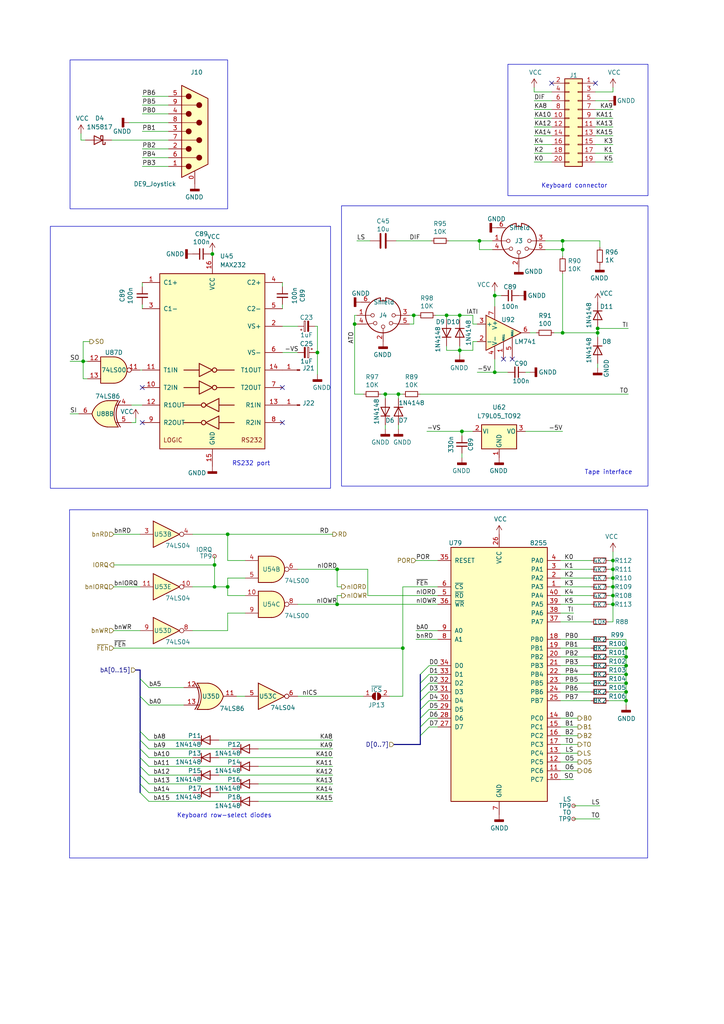
<source format=kicad_sch>
(kicad_sch (version 20230121) (generator eeschema)
  (paper "A4" portrait)
  (junction (at 163.195 69.85))
  (junction (at 177.8 162.56))
  (junction (at 115.57 114.3))
  (junction (at 62.23 170.18))
  (junction (at 111.76 114.3))
  (junction (at 66.04 154.94))
  (junction (at 102.87 93.98))
  (junction (at 173.355 95.25))
  (junction (at 97.79 165.1))
  (junction (at 181.61 203.2))
  (junction (at 97.79 175.26))
  (junction (at 181.61 187.96))
  (junction (at 177.8 172.72))
  (junction (at 139.065 69.85))
  (junction (at 177.8 165.1))
  (junction (at 177.8 167.64))
  (junction (at 120.015 91.44))
  (junction (at 133.985 125.095))
  (junction (at 177.8 170.18))
  (junction (at 116.84 187.96))
  (junction (at 181.61 193.04))
  (junction (at 143.51 107.95))
  (junction (at 181.61 190.5))
  (junction (at 173.355 96.52))
  (junction (at 92.075 102.235))
  (junction (at 61.595 73.66))
  (junction (at 163.195 96.52))
  (junction (at 181.61 195.58))
  (junction (at 62.23 163.83))
  (junction (at 24.13 104.775))
  (junction (at 181.61 198.12))
  (junction (at 143.51 85.725))
  (junction (at 163.195 72.39))
  (junction (at 177.8 175.26))
  (junction (at 129.54 91.44))
  (junction (at 133.35 91.44))
  (junction (at 133.35 101.6))
  (junction (at 181.61 200.66))
  (junction (at 66.04 170.18))
  (no_connect (at 148.59 104.14))
  (no_connect (at 41.275 122.555))
  (no_connect (at 81.915 112.395))
  (no_connect (at 41.275 112.395))
  (no_connect (at 81.915 122.555))
  (no_connect (at 146.05 104.14))
  (no_connect (at 172.72 24.13))
  (no_connect (at 160.02 24.13))
  (bus_entry (at 43.18 199.39) (size -2.54 -2.54))
  (bus_entry (at 43.18 204.47) (size -2.54 -2.54))
  (bus_entry (at 121.92 200.66) (size 2.54 -2.54))
  (bus_entry (at 121.92 195.58) (size 2.54 -2.54))
  (bus_entry (at 121.92 198.12) (size 2.54 -2.54))
  (bus_entry (at 121.92 205.74) (size 2.54 -2.54))
  (bus_entry (at 40.64 214.63) (size 2.54 2.54))
  (bus_entry (at 40.64 227.33) (size 2.54 2.54))
  (bus_entry (at 40.64 217.17) (size 2.54 2.54))
  (bus_entry (at 121.92 203.2) (size 2.54 -2.54))
  (bus_entry (at 40.64 229.87) (size 2.54 2.54))
  (bus_entry (at 121.92 208.28) (size 2.54 -2.54))
  (bus_entry (at 40.64 219.71) (size 2.54 2.54))
  (bus_entry (at 40.64 212.09) (size 2.54 2.54))
  (bus_entry (at 40.64 224.79) (size 2.54 2.54))
  (bus_entry (at 121.92 210.82) (size 2.54 -2.54))
  (bus_entry (at 40.64 222.25) (size 2.54 2.54))
  (bus_entry (at 121.92 213.36) (size 2.54 -2.54))
  (wire (pts (xy 176.53 185.42) (xy 181.61 185.42)))
  (wire (pts (xy 102.87 114.3) (xy 105.41 114.3)))
  (wire (pts (xy 162.56 175.26) (xy 171.45 175.26)))
  (wire (pts (xy 74.93 217.17) (xy 96.52 217.17)))
  (wire (pts (xy 113.03 201.93) (xy 116.84 201.93)))
  (wire (pts (xy 43.18 232.41) (xy 67.31 232.41)))
  (wire (pts (xy 116.84 170.18) (xy 127 170.18)))
  (wire (pts (xy 162.56 193.04) (xy 171.45 193.04)))
  (wire (pts (xy 41.275 33.02) (xy 48.895 33.02)))
  (wire (pts (xy 173.355 95.25) (xy 182.245 95.25)))
  (wire (pts (xy 43.18 204.47) (xy 53.34 204.47)))
  (wire (pts (xy 115.57 114.3) (xy 115.57 115.57)))
  (wire (pts (xy 181.61 190.5) (xy 181.61 193.04)))
  (wire (pts (xy 124.46 193.04) (xy 127 193.04)))
  (wire (pts (xy 143.51 104.14) (xy 143.51 107.95)))
  (bus (pts (xy 40.64 217.17) (xy 40.64 219.71)))
  (wire (pts (xy 133.35 101.6) (xy 133.35 100.33)))
  (wire (pts (xy 163.195 96.52) (xy 173.355 96.52)))
  (wire (pts (xy 41.275 81.915) (xy 41.275 83.185)))
  (wire (pts (xy 176.53 187.96) (xy 181.61 187.96)))
  (wire (pts (xy 41.275 38.1) (xy 48.895 38.1)))
  (wire (pts (xy 181.61 187.96) (xy 181.61 190.5)))
  (wire (pts (xy 166.37 237.49) (xy 173.99 237.49)))
  (bus (pts (xy 40.64 201.93) (xy 40.64 212.09)))
  (wire (pts (xy 37.465 35.56) (xy 48.895 35.56)))
  (wire (pts (xy 172.72 44.45) (xy 177.8 44.45)))
  (wire (pts (xy 176.53 193.04) (xy 181.61 193.04)))
  (bus (pts (xy 40.64 222.25) (xy 40.64 224.79)))
  (wire (pts (xy 66.04 162.56) (xy 71.12 162.56)))
  (wire (pts (xy 53.34 199.39) (xy 43.18 199.39)))
  (bus (pts (xy 40.64 196.85) (xy 40.64 201.93)))
  (wire (pts (xy 111.76 115.57) (xy 111.76 114.3)))
  (wire (pts (xy 62.23 163.83) (xy 62.23 170.18)))
  (wire (pts (xy 86.36 201.93) (xy 105.41 201.93)))
  (wire (pts (xy 20.32 120.015) (xy 22.86 120.015)))
  (wire (pts (xy 124.46 203.2) (xy 127 203.2)))
  (wire (pts (xy 163.195 96.52) (xy 163.195 79.375)))
  (bus (pts (xy 40.64 219.71) (xy 40.64 222.25)))
  (wire (pts (xy 162.56 177.8) (xy 166.37 177.8)))
  (wire (pts (xy 162.56 172.72) (xy 171.45 172.72)))
  (wire (pts (xy 124.46 208.28) (xy 127 208.28)))
  (wire (pts (xy 182.245 114.3) (xy 121.92 114.3)))
  (wire (pts (xy 92.075 108.585) (xy 92.075 102.235)))
  (wire (pts (xy 115.57 114.3) (xy 116.84 114.3)))
  (wire (pts (xy 55.88 182.88) (xy 66.04 182.88)))
  (wire (pts (xy 177.8 170.18) (xy 177.8 172.72)))
  (wire (pts (xy 62.23 170.18) (xy 66.04 170.18)))
  (wire (pts (xy 177.8 175.26) (xy 177.8 172.72)))
  (wire (pts (xy 63.5 214.63) (xy 96.52 214.63)))
  (wire (pts (xy 41.275 88.265) (xy 41.275 89.535)))
  (bus (pts (xy 40.64 194.31) (xy 40.64 196.85)))
  (bus (pts (xy 121.92 205.74) (xy 121.92 208.28)))
  (wire (pts (xy 41.275 30.48) (xy 48.895 30.48)))
  (wire (pts (xy 114.935 69.85) (xy 125.095 69.85)))
  (wire (pts (xy 172.72 26.67) (xy 177.8 26.67)))
  (wire (pts (xy 124.46 205.74) (xy 127 205.74)))
  (wire (pts (xy 176.53 162.56) (xy 177.8 162.56)))
  (wire (pts (xy 162.56 187.96) (xy 171.45 187.96)))
  (wire (pts (xy 106.68 165.1) (xy 106.68 172.72)))
  (wire (pts (xy 162.56 195.58) (xy 171.45 195.58)))
  (wire (pts (xy 55.88 170.18) (xy 62.23 170.18)))
  (wire (pts (xy 162.56 215.9) (xy 167.64 215.9)))
  (wire (pts (xy 61.595 73.66) (xy 61.595 74.295)))
  (wire (pts (xy 62.23 161.29) (xy 62.23 163.83)))
  (wire (pts (xy 129.54 100.33) (xy 129.54 101.6)))
  (wire (pts (xy 138.43 107.95) (xy 143.51 107.95)))
  (wire (pts (xy 139.065 69.85) (xy 142.875 69.85)))
  (wire (pts (xy 123.825 125.095) (xy 133.985 125.095)))
  (wire (pts (xy 154.94 46.99) (xy 160.02 46.99)))
  (wire (pts (xy 60.96 73.66) (xy 61.595 73.66)))
  (wire (pts (xy 177.8 160.02) (xy 177.8 162.56)))
  (wire (pts (xy 24.13 104.775) (xy 24.13 109.855)))
  (wire (pts (xy 177.8 26.67) (xy 177.8 25.4)))
  (bus (pts (xy 121.92 203.2) (xy 121.92 205.74)))
  (wire (pts (xy 81.915 88.265) (xy 81.915 89.535)))
  (wire (pts (xy 33.02 187.96) (xy 116.84 187.96)))
  (wire (pts (xy 162.56 220.98) (xy 167.64 220.98)))
  (wire (pts (xy 162.56 223.52) (xy 167.64 223.52)))
  (wire (pts (xy 162.56 180.34) (xy 171.45 180.34)))
  (wire (pts (xy 176.53 175.26) (xy 177.8 175.26)))
  (wire (pts (xy 133.35 91.44) (xy 133.35 92.71)))
  (bus (pts (xy 40.64 212.09) (xy 40.64 214.63)))
  (wire (pts (xy 162.56 170.18) (xy 171.45 170.18)))
  (wire (pts (xy 137.16 99.06) (xy 138.43 99.06)))
  (wire (pts (xy 152.4 125.095) (xy 163.195 125.095)))
  (wire (pts (xy 143.51 85.725) (xy 143.51 88.9)))
  (wire (pts (xy 133.985 125.095) (xy 133.985 126.365)))
  (wire (pts (xy 163.195 69.85) (xy 163.195 72.39)))
  (wire (pts (xy 38.1 117.475) (xy 41.275 117.475)))
  (wire (pts (xy 81.915 102.235) (xy 86.36 102.235)))
  (wire (pts (xy 176.53 195.58) (xy 181.61 195.58)))
  (bus (pts (xy 40.64 214.63) (xy 40.64 217.17)))
  (wire (pts (xy 23.495 38.735) (xy 23.495 40.64)))
  (wire (pts (xy 166.37 233.68) (xy 173.99 233.68)))
  (bus (pts (xy 121.92 195.58) (xy 121.92 198.12)))
  (wire (pts (xy 102.87 91.44) (xy 102.87 93.98)))
  (wire (pts (xy 66.04 172.72) (xy 66.04 170.18)))
  (wire (pts (xy 111.76 123.19) (xy 111.76 124.46)))
  (wire (pts (xy 40.64 182.88) (xy 33.02 182.88)))
  (wire (pts (xy 41.275 27.94) (xy 48.895 27.94)))
  (wire (pts (xy 118.745 91.44) (xy 120.015 91.44)))
  (wire (pts (xy 43.18 224.79) (xy 55.88 224.79)))
  (wire (pts (xy 110.49 114.3) (xy 111.76 114.3)))
  (wire (pts (xy 126.365 91.44) (xy 129.54 91.44)))
  (wire (pts (xy 97.79 170.18) (xy 97.79 165.1)))
  (wire (pts (xy 154.94 44.45) (xy 160.02 44.45)))
  (wire (pts (xy 172.72 46.99) (xy 177.8 46.99)))
  (wire (pts (xy 106.68 172.72) (xy 127 172.72)))
  (wire (pts (xy 181.61 195.58) (xy 181.61 198.12)))
  (wire (pts (xy 176.53 172.72) (xy 177.8 172.72)))
  (wire (pts (xy 74.93 227.33) (xy 96.52 227.33)))
  (wire (pts (xy 142.875 72.39) (xy 139.065 72.39)))
  (wire (pts (xy 176.53 203.2) (xy 181.61 203.2)))
  (wire (pts (xy 127 182.88) (xy 120.65 182.88)))
  (bus (pts (xy 40.64 227.33) (xy 40.64 229.87)))
  (wire (pts (xy 66.04 177.8) (xy 71.12 177.8)))
  (wire (pts (xy 162.56 167.64) (xy 171.45 167.64)))
  (wire (pts (xy 107.315 69.85) (xy 103.505 69.85)))
  (wire (pts (xy 153.67 96.52) (xy 155.575 96.52)))
  (wire (pts (xy 97.79 172.72) (xy 99.06 172.72)))
  (wire (pts (xy 154.94 25.4) (xy 154.94 26.67)))
  (wire (pts (xy 124.46 210.82) (xy 127 210.82)))
  (wire (pts (xy 103.505 93.98) (xy 102.87 93.98)))
  (wire (pts (xy 176.53 170.18) (xy 177.8 170.18)))
  (wire (pts (xy 154.94 29.21) (xy 160.02 29.21)))
  (wire (pts (xy 173.355 105.41) (xy 173.355 106.68)))
  (wire (pts (xy 177.8 167.64) (xy 177.8 170.18)))
  (wire (pts (xy 115.57 123.19) (xy 115.57 124.46)))
  (wire (pts (xy 111.76 114.3) (xy 115.57 114.3)))
  (wire (pts (xy 173.99 69.85) (xy 163.195 69.85)))
  (wire (pts (xy 173.355 95.25) (xy 173.355 96.52)))
  (wire (pts (xy 116.84 187.96) (xy 116.84 170.18)))
  (wire (pts (xy 66.04 154.94) (xy 96.52 154.94)))
  (wire (pts (xy 43.18 227.33) (xy 67.31 227.33)))
  (wire (pts (xy 24.13 109.855) (xy 25.4 109.855)))
  (wire (pts (xy 177.8 175.26) (xy 177.8 180.34)))
  (wire (pts (xy 172.72 39.37) (xy 177.8 39.37)))
  (wire (pts (xy 162.56 218.44) (xy 167.64 218.44)))
  (wire (pts (xy 33.02 163.83) (xy 62.23 163.83)))
  (wire (pts (xy 24.765 40.64) (xy 23.495 40.64)))
  (wire (pts (xy 43.18 222.25) (xy 67.31 222.25)))
  (wire (pts (xy 91.44 94.615) (xy 92.075 94.615)))
  (wire (pts (xy 162.56 203.2) (xy 171.45 203.2)))
  (wire (pts (xy 61.595 73.025) (xy 61.595 73.66)))
  (bus (pts (xy 121.92 208.28) (xy 121.92 210.82)))
  (wire (pts (xy 152.4 107.95) (xy 153.67 107.95)))
  (wire (pts (xy 120.015 91.44) (xy 121.285 91.44)))
  (wire (pts (xy 25.4 104.775) (xy 24.13 104.775)))
  (wire (pts (xy 181.61 193.04) (xy 181.61 195.58)))
  (bus (pts (xy 40.64 224.79) (xy 40.64 227.33)))
  (wire (pts (xy 97.79 165.1) (xy 86.36 165.1)))
  (wire (pts (xy 39.37 122.555) (xy 39.37 121.285)))
  (wire (pts (xy 86.36 175.26) (xy 97.79 175.26)))
  (wire (pts (xy 92.075 102.235) (xy 91.44 102.235)))
  (wire (pts (xy 97.79 170.18) (xy 99.06 170.18)))
  (wire (pts (xy 43.18 219.71) (xy 55.88 219.71)))
  (wire (pts (xy 129.54 92.71) (xy 129.54 91.44)))
  (wire (pts (xy 120.015 91.44) (xy 120.015 93.98)))
  (wire (pts (xy 106.68 165.1) (xy 97.79 165.1)))
  (wire (pts (xy 26.035 99.06) (xy 24.13 99.06)))
  (wire (pts (xy 177.8 162.56) (xy 177.8 165.1)))
  (wire (pts (xy 172.72 31.75) (xy 177.8 31.75)))
  (wire (pts (xy 162.56 213.36) (xy 167.64 213.36)))
  (wire (pts (xy 68.58 201.93) (xy 71.12 201.93)))
  (wire (pts (xy 163.195 72.39) (xy 163.195 74.295)))
  (bus (pts (xy 121.92 198.12) (xy 121.92 200.66)))
  (wire (pts (xy 74.93 222.25) (xy 96.52 222.25)))
  (wire (pts (xy 43.18 217.17) (xy 67.31 217.17)))
  (wire (pts (xy 32.385 40.64) (xy 48.895 40.64)))
  (wire (pts (xy 127 162.56) (xy 120.65 162.56)))
  (wire (pts (xy 162.56 226.06) (xy 166.37 226.06)))
  (wire (pts (xy 173.355 96.52) (xy 173.355 97.79)))
  (wire (pts (xy 33.02 170.18) (xy 40.64 170.18)))
  (wire (pts (xy 154.94 26.67) (xy 160.02 26.67)))
  (wire (pts (xy 176.53 167.64) (xy 177.8 167.64)))
  (wire (pts (xy 81.915 81.915) (xy 81.915 83.185)))
  (wire (pts (xy 24.13 99.06) (xy 24.13 104.775)))
  (wire (pts (xy 133.35 101.6) (xy 133.35 102.87)))
  (bus (pts (xy 121.92 200.66) (xy 121.92 203.2)))
  (wire (pts (xy 133.985 131.445) (xy 133.985 132.715)))
  (wire (pts (xy 172.72 41.91) (xy 177.8 41.91)))
  (wire (pts (xy 129.54 101.6) (xy 133.35 101.6)))
  (wire (pts (xy 158.115 69.85) (xy 163.195 69.85)))
  (wire (pts (xy 81.915 94.615) (xy 86.36 94.615)))
  (wire (pts (xy 154.94 31.75) (xy 160.02 31.75)))
  (wire (pts (xy 162.56 210.82) (xy 167.64 210.82)))
  (wire (pts (xy 154.94 34.29) (xy 160.02 34.29)))
  (wire (pts (xy 160.655 96.52) (xy 163.195 96.52)))
  (wire (pts (xy 43.18 229.87) (xy 55.88 229.87)))
  (wire (pts (xy 96.52 219.71) (xy 63.5 219.71)))
  (wire (pts (xy 137.16 101.6) (xy 137.16 99.06)))
  (wire (pts (xy 176.53 198.12) (xy 181.61 198.12)))
  (wire (pts (xy 66.04 182.88) (xy 66.04 177.8)))
  (wire (pts (xy 154.94 39.37) (xy 160.02 39.37)))
  (wire (pts (xy 176.53 165.1) (xy 177.8 165.1)))
  (wire (pts (xy 92.075 94.615) (xy 92.075 102.235)))
  (wire (pts (xy 143.51 84.455) (xy 143.51 85.725)))
  (wire (pts (xy 162.56 200.66) (xy 171.45 200.66)))
  (wire (pts (xy 133.985 125.095) (xy 137.16 125.095)))
  (wire (pts (xy 40.64 107.315) (xy 41.275 107.315)))
  (wire (pts (xy 97.79 175.26) (xy 127 175.26)))
  (wire (pts (xy 181.61 200.66) (xy 181.61 203.2)))
  (wire (pts (xy 181.61 198.12) (xy 181.61 200.66)))
  (wire (pts (xy 162.56 162.56) (xy 171.45 162.56)))
  (wire (pts (xy 124.46 200.66) (xy 127 200.66)))
  (wire (pts (xy 74.93 232.41) (xy 96.52 232.41)))
  (wire (pts (xy 172.72 34.29) (xy 177.8 34.29)))
  (wire (pts (xy 96.52 229.87) (xy 63.5 229.87)))
  (wire (pts (xy 137.16 93.98) (xy 138.43 93.98)))
  (bus (pts (xy 114.3 215.9) (xy 121.92 215.9)))
  (wire (pts (xy 172.72 36.83) (xy 177.8 36.83)))
  (wire (pts (xy 176.53 180.34) (xy 177.8 180.34)))
  (wire (pts (xy 96.52 224.79) (xy 63.5 224.79)))
  (wire (pts (xy 41.275 43.18) (xy 48.895 43.18)))
  (wire (pts (xy 162.56 165.1) (xy 171.45 165.1)))
  (wire (pts (xy 137.16 93.98) (xy 137.16 91.44)))
  (wire (pts (xy 40.64 154.94) (xy 33.02 154.94)))
  (wire (pts (xy 97.79 172.72) (xy 97.79 175.26)))
  (wire (pts (xy 66.04 167.64) (xy 66.04 170.18)))
  (wire (pts (xy 124.46 198.12) (xy 127 198.12)))
  (wire (pts (xy 120.015 93.98) (xy 118.745 93.98)))
  (wire (pts (xy 127 185.42) (xy 120.65 185.42)))
  (wire (pts (xy 162.56 185.42) (xy 171.45 185.42)))
  (wire (pts (xy 55.88 154.94) (xy 66.04 154.94)))
  (wire (pts (xy 66.04 154.94) (xy 66.04 162.56)))
  (wire (pts (xy 43.18 214.63) (xy 55.88 214.63)))
  (wire (pts (xy 66.04 167.64) (xy 71.12 167.64)))
  (wire (pts (xy 154.94 41.91) (xy 160.02 41.91)))
  (wire (pts (xy 137.16 91.44) (xy 133.35 91.44)))
  (wire (pts (xy 143.51 107.95) (xy 147.32 107.95)))
  (wire (pts (xy 103.505 91.44) (xy 102.87 91.44)))
  (wire (pts (xy 176.53 190.5) (xy 181.61 190.5)))
  (wire (pts (xy 172.72 29.21) (xy 176.53 29.21)))
  (wire (pts (xy 24.13 104.775) (xy 20.32 104.775)))
  (wire (pts (xy 162.56 208.28) (xy 167.64 208.28)))
  (wire (pts (xy 102.87 93.98) (xy 102.87 114.3)))
  (wire (pts (xy 39.37 122.555) (xy 38.1 122.555)))
  (wire (pts (xy 129.54 91.44) (xy 133.35 91.44)))
  (wire (pts (xy 177.8 165.1) (xy 177.8 167.64)))
  (wire (pts (xy 130.175 69.85) (xy 139.065 69.85)))
  (wire (pts (xy 124.46 195.58) (xy 127 195.58)))
  (wire (pts (xy 41.275 48.26) (xy 48.895 48.26)))
  (bus (pts (xy 121.92 215.9) (xy 121.92 213.36)))
  (bus (pts (xy 40.64 194.31) (xy 39.37 194.31)))
  (wire (pts (xy 154.94 36.83) (xy 160.02 36.83)))
  (wire (pts (xy 145.415 85.725) (xy 143.51 85.725)))
  (wire (pts (xy 181.61 203.2) (xy 181.61 204.47)))
  (wire (pts (xy 41.275 45.72) (xy 48.895 45.72)))
  (wire (pts (xy 139.065 72.39) (xy 139.065 69.85)))
  (wire (pts (xy 181.61 185.42) (xy 181.61 187.96)))
  (wire (pts (xy 163.195 72.39) (xy 158.115 72.39)))
  (bus (pts (xy 121.92 210.82) (xy 121.92 213.36)))
  (wire (pts (xy 162.56 198.12) (xy 171.45 198.12)))
  (wire (pts (xy 66.04 172.72) (xy 71.12 172.72)))
  (wire (pts (xy 176.53 200.66) (xy 181.61 200.66)))
  (wire (pts (xy 116.84 201.93) (xy 116.84 187.96)))
  (wire (pts (xy 162.56 190.5) (xy 171.45 190.5)))
  (wire (pts (xy 133.35 101.6) (xy 137.16 101.6)))
  (wire (pts (xy 173.99 71.755) (xy 173.99 69.85)))
  (rectangle (start 14.605 65.6336) (end 95.885 141.605))
  (rectangle (start 20.1676 147.828) (end 187.8584 248.8184))
  (rectangle (start 99.06 59.69) (end 187.96 140.97))
  (rectangle (start 147.32 18.6436) (end 187.96 56.7436))
  (rectangle (start 20.32 17.3736) (end 66.04 60.5536))
  (text "Tape interface" (at 169.545 137.795 0) (effects (font (size 1.27 1.27)) (justify left bottom)))
  (text "Keyboard connector" (at 156.972 54.7116 0) (effects (font (size 1.27 1.27)) (justify left bottom)))
  (text "Keyboard row-select diodes" (at 51.308 237.3376 0) (effects (font (size 1.27 1.27)) (justify left bottom)))
  (text "RS232 port" (at 67.31 135.255 0) (effects (font (size 1.27 1.27)) (justify left bottom)))
  (label "-VS" (at 82.55 102.235 0))
  (label "K4" (at 154.94 41.91 0))
  (label "KA15" (at 177.8 39.37 180))
  (label "bnRD" (at 120.65 185.42 0))
  (label "O5" (at 163.83 220.98 0))
  (label "PB0" (at 41.275 33.02 0))
  (label "KA14" (at 154.94 39.37 0))
  (label "bnWR" (at 33.02 182.88 0))
  (label "K3" (at 177.8 41.91 180))
  (label "TO" (at 166.37 215.9 180))
  (label "LS" (at 166.37 218.44 180))
  (label "D4" (at 124.46 203.2 0))
  (label "D0" (at 124.46 193.04 0))
  (label "KA14" (at 96.52 229.87 180))
  (label "DIF" (at 118.745 69.85 0))
  (label "bA10" (at 44.45 219.71 0))
  (label "PB3" (at 41.275 48.26 0))
  (label "K0" (at 154.94 46.99 0))
  (label "O6" (at 163.83 223.52 0))
  (label "bA13" (at 44.45 227.33 0))
  (label "nIORD" (at 120.65 172.72 0))
  (label "PB6" (at 163.83 200.66 0))
  (label "PB6" (at 41.275 27.94 0))
  (label "POR" (at 120.65 162.56 0))
  (label "~{FEh}" (at 120.65 170.18 0))
  (label "TO" (at 182.245 114.3 180))
  (label "SO" (at 166.37 226.06 180))
  (label "PB4" (at 163.83 195.58 0))
  (label "D1" (at 124.46 195.58 0))
  (label "PB5" (at 163.83 198.12 0))
  (label "RD" (at 92.71 154.94 0))
  (label "TO" (at 173.99 237.49 180))
  (label "K1" (at 177.8 44.45 180))
  (label "bA5" (at 43.18 199.39 0))
  (label "ATO" (at 102.87 99.695 90))
  (label "KA15" (at 96.52 232.41 180))
  (label "-5V" (at 138.43 107.95 0))
  (label "nIORD" (at 97.79 165.1 180))
  (label "D6" (at 124.46 208.28 0))
  (label "KA13" (at 177.8 36.83 180))
  (label "KA8" (at 154.94 31.75 0))
  (label "nIOWR" (at 120.65 175.26 0))
  (label "D3" (at 124.46 200.66 0))
  (label "B1" (at 163.83 210.82 0))
  (label "bnIORQ" (at 33.02 170.18 0))
  (label "KA10" (at 96.52 219.71 180))
  (label "PB7" (at 163.83 203.2 0))
  (label "nICS" (at 87.63 201.93 0))
  (label "KA9" (at 177.8 31.75 180))
  (label "PB0" (at 163.83 185.42 0))
  (label "KA11" (at 96.52 222.25 180))
  (label "PB1" (at 41.275 38.1 0))
  (label "~{FEh}" (at 33.02 187.96 0))
  (label "nIOWR" (at 97.79 175.26 180))
  (label "K0" (at 166.37 162.56 180))
  (label "PB2" (at 41.275 43.18 0))
  (label "KA11" (at 177.8 34.29 180))
  (label "KA12" (at 154.94 36.83 0))
  (label "SO" (at 20.32 104.775 0))
  (label "PB4" (at 41.275 45.72 0))
  (label "PB3" (at 163.83 193.04 0))
  (label "KA12" (at 96.52 224.79 180))
  (label "SI" (at 20.32 120.015 0))
  (label "K1" (at 166.37 165.1 180))
  (label "LS" (at 103.505 69.85 0))
  (label "-5V" (at 163.195 125.095 180))
  (label "bA14" (at 44.45 229.87 0))
  (label "TI" (at 166.37 177.8 180))
  (label "K3" (at 166.37 170.18 180))
  (label "K4" (at 166.37 172.72 180))
  (label "bA9" (at 44.45 217.17 0))
  (label "TI" (at 182.245 95.25 180))
  (label "KA8" (at 96.52 214.63 180))
  (label "bA0" (at 43.18 204.47 0))
  (label "bA12" (at 44.45 224.79 0))
  (label "K2" (at 154.94 44.45 0))
  (label "B2" (at 163.83 213.36 0))
  (label "bA11" (at 44.45 222.25 0))
  (label "KA13" (at 96.52 227.33 180))
  (label "bA0" (at 120.65 182.88 0))
  (label "D2" (at 124.46 198.12 0))
  (label "SI" (at 166.37 180.34 180))
  (label "D7" (at 124.46 210.82 0))
  (label "PB5" (at 41.275 30.48 0))
  (label "K2" (at 166.37 167.64 180))
  (label "DIF" (at 154.94 29.21 0))
  (label "LS" (at 173.99 233.68 180))
  (label "K5" (at 177.8 46.99 180))
  (label "PB1" (at 163.83 187.96 0))
  (label "K5" (at 166.37 175.26 180))
  (label "KA9" (at 96.52 217.17 180))
  (label "bA8" (at 44.45 214.63 0))
  (label "PB2" (at 163.83 190.5 0))
  (label "bA15" (at 44.45 232.41 0))
  (label "-VS" (at 123.825 125.095 0))
  (label "bnRD" (at 33.02 154.94 0))
  (label "B0" (at 163.83 208.28 0))
  (label "D5" (at 124.46 205.74 0))
  (label "IATI" (at 135.255 91.44 0))
  (label "KA10" (at 154.94 34.29 0))
  (hierarchical_label "LS" (shape output) (at 167.64 218.44 0))
  (hierarchical_label "bA[0..15]" (shape input) (at 39.37 194.31 180))
  (hierarchical_label "O6" (shape output) (at 167.64 223.52 0))
  (hierarchical_label "RD" (shape output) (at 96.52 154.94 0))
  (hierarchical_label "D[0..7]" (shape input) (at 114.3 215.9 180))
  (hierarchical_label "IORQ" (shape output) (at 33.02 163.83 180))
  (hierarchical_label "B2" (shape output) (at 167.64 213.36 0))
  (hierarchical_label "TO" (shape output) (at 167.64 215.9 0))
  (hierarchical_label "~{FEh}" (shape input) (at 33.02 187.96 180))
  (hierarchical_label "nIOWR" (shape output) (at 99.06 172.72 0))
  (hierarchical_label "bnWR" (shape input) (at 33.02 182.88 180))
  (hierarchical_label "bnIORQ" (shape input) (at 33.02 170.18 180))
  (hierarchical_label "O5" (shape output) (at 167.64 220.98 0))
  (hierarchical_label "SO" (shape output) (at 26.035 99.06 0))
  (hierarchical_label "B0" (shape output) (at 167.64 208.28 0))
  (hierarchical_label "bnRD" (shape input) (at 33.02 154.94 180))
  (hierarchical_label "nIORD" (shape output) (at 99.06 170.18 0))
  (hierarchical_label "B1" (shape output) (at 167.64 210.82 0))
  (hierarchical_label "POR" (shape input) (at 120.65 162.56 180))
  (symbol (lib_id "74xx:74LS04") (at 48.26 154.94 0) (unit 2)
    (property "Reference" "U53" (at 47.244 154.94 0))
    (property "Value" "74LS04" (at 51.562 158.242 0))
    (property "Footprint" "Cobra_original:DIP-14_W7.62mm" (effects hide))
    (property "Datasheet" "http://www.ti.com/lit/gpn/sn74LS04" (effects hide))
  )
  (symbol (lib_id "74xx:74LS04") (at 48.26 182.88 0) (unit 4)
    (property "Reference" "U53" (at 47.244 182.88 0))
    (property "Value" "74LS04" (at 51.562 186.182 0))
    (property "Footprint" "Cobra_original:DIP-14_W7.62mm" (effects hide))
    (property "Datasheet" "http://www.ti.com/lit/gpn/sn74LS04" (effects hide))
  )
  (symbol (lib_id "74xx:74LS04") (at 48.26 170.18 0) (unit 5)
    (property "Reference" "U53" (at 47.244 170.18 0))
    (property "Value" "74LS04" (at 51.562 173.482 0))
    (property "Footprint" "Cobra_original:DIP-14_W7.62mm" (effects hide))
    (property "Datasheet" "http://www.ti.com/lit/gpn/sn74LS04" (effects hide))
  )
  (symbol (lib_id "74xx:74LS00") (at 78.74 165.1 0) (unit 2)
    (property "Reference" "U54" (at 78.74 165.1 0))
    (property "Value" "74LS00" (at 86.106 168.402 0))
    (property "Footprint" "Cobra_original:DIP-14_W7.62mm" (effects hide))
    (property "Datasheet" "http://www.ti.com/lit/gpn/sn74ls00" (effects hide))
  )
  (symbol (lib_id "74xx:74LS00") (at 78.74 175.26 0) (mirror x) (unit 3)
    (property "Reference" "U54" (at 78.74 175.26 0))
    (property "Value" "74LS00" (at 86.106 178.562 0))
    (property "Footprint" "Cobra_original:DIP-14_W7.62mm" (effects hide))
    (property "Datasheet" "http://www.ti.com/lit/gpn/sn74ls00" (effects hide))
  )
  (symbol (lib_id "Device:C_Small") (at 133.985 128.905 180) (unit 1)
    (property "Reference" "C89" (at 136.525 128.905 90))
    (property "Value" "330n" (at 130.81 128.905 90))
    (property "Footprint" "Cobra_original:C_THT_508_254" (effects hide))
    (instances (project "main" (path "" (reference "C89") (unit 1)) (path "" (reference "C33") (unit 1))))
  )
  (symbol (lib_id "power:GNDD") (at 56.515 53.34 0) (unit 1)
    (property "Reference" "#PWR0396" (effects hide))
    (property "Value" "GNDD" (at 59.055 57.15 0) (effects (justify right)))
    (instances (project "main" (path "" (reference "#PWR0396") (unit 1)) (path "" (reference "#PWR0170") (unit 1))))
  )
  (symbol (lib_id "Connector:DE9_Plug_MountingHoles") (at 56.515 38.1 0) (unit 1)
    (property "Reference" "J10" (at 55.245 20.955 0) (effects (justify left)))
    (property "Value" "DE9_Joystick" (at 38.735 53.34 0) (effects (justify left)))
    (property "Footprint" "Connector_Dsub:DSUB-9_Male_Horizontal_P2.77x2.84mm_EdgePinOffset4.94mm_Housed_MountingHolesOffset7.48mm" (effects hide))
    (property "Datasheet" " ~" (effects hide))
    (instances (project "main" (path "" (reference "J10") (unit 1)) (path "" (reference "J6") (unit 1))))
  )
  (symbol (lib_id "Device:C_Polarized_Small") (at 88.9 102.235 270) (unit 1)
    (property "Reference" "C25" (at 88.9 99.695 90))
    (property "Value" "1uF" (at 88.9 104.775 90))
    (property "Footprint" "Capacitor_THT:CP_Radial_D5.0mm_P2.50mm" (effects hide))
  )
  (symbol (lib_id "Device:R_Small") (at 107.95 114.3 270) (unit 1)
    (property "Reference" "R97" (at 107.95 109.3216 90))
    (property "Value" "10K" (at 107.95 111.633 90))
    (property "Footprint" "Cobra_original:R_Axial_DIN0204_L3.6mm_D1.6mm_P5.08mm_Horizontal" (effects hide))
  )
  (symbol (lib_id "Regulator_Linear:L79L05_TO92") (at 144.78 125.095 0) (mirror x) (unit 1)
    (property "Reference" "U62" (at 144.78 118.11 0))
    (property "Value" "L79L05_TO92" (at 144.78 120.65 0))
    (property "Footprint" "Package_TO_SOT_THT:TO-92_Inline" (effects hide))
    (property "Datasheet" "http://www.farnell.com/datasheets/1827870.pdf" (effects hide))
  )
  (symbol (lib_id "power:GNDD") (at 144.78 236.22 0) (unit 1)
    (property "Reference" "#PWR0112" (effects hide))
    (property "Value" "GNDD" (at 144.8816 240.157 0))
    (instances (project "main" (path "" (reference "#PWR0112") (unit 1)) (path "" (reference "#PWR05") (unit 1))))
  )
  (symbol (lib_id "Device:R_Small") (at 163.195 76.835 180) (unit 1)
    (property "Reference" "R90" (at 164.6936 75.6666 0) (effects (justify right)))
    (property "Value" "10K" (at 164.6936 77.978 0) (effects (justify right)))
    (property "Footprint" "Cobra_original:R_Axial_DIN0204_L3.6mm_D1.6mm_P5.08mm_Horizontal" (effects hide))
  )
  (symbol (lib_id "Diode:1N4148") (at 59.69 219.71 0) (unit 1)
    (property "Reference" "P13" (at 58.42 218.44 0) (effects (justify right)))
    (property "Value" "1N4148" (at 58.42 220.98 0) (effects (justify right)))
    (property "Footprint" "Cobra_original:D_DO-35_SOD27_P7.62mm_Horizontal" (effects hide))
    (property "Datasheet" "https://assets.nexperia.com/documents/data-sheet/1N4148_1N4448.pdf" (effects hide))
    (property "Sim.Device" "D" (effects hide))
    (property "Sim.Pins" "1=K 2=A" (effects hide))
  )
  (symbol (lib_id "Device:R_Small") (at 173.99 193.04 270) (unit 1)
    (property "Reference" "R102" (at 179.07 191.77 90))
    (property "Value" "8K2" (at 173.99 193.04 90))
    (property "Footprint" "Cobra_original:R_Axial_DIN0204_L3.6mm_D1.6mm_P5.08mm_Horizontal" (effects hide))
  )
  (symbol (lib_id "power:GNDD") (at 173.99 76.835 0) (unit 1)
    (property "Reference" "#PWR0120" (effects hide))
    (property "Value" "GNDD" (at 176.53 80.645 0) (effects (justify right)))
    (instances (project "main" (path "" (reference "#PWR0120") (unit 1)) (path "" (reference "#PWR022") (unit 1))))
  )
  (symbol (lib_id "Connector:TestPoint_Small") (at 166.37 233.68 0) (mirror y) (unit 1)
    (property "Reference" "TP9" (at 165.735 233.68 0) (effects (justify left)))
    (property "Value" "LS" (at 165.735 231.775 0) (effects (justify left)))
    (property "Footprint" "Cobra_original:TestPoint_Hole_D1mm_Drill0.6mm" (effects hide))
    (instances (project "main" (path "" (reference "TP9") (unit 1)) (path "" (reference "TP37") (unit 1)) (path "" (reference "TP82") (unit 1))))
  )
  (symbol (lib_id "Diode:1N4148") (at 111.76 119.38 90) (unit 1)
    (property "Reference" "D6" (at 111.76 121.92 90) (effects (justify right)))
    (property "Value" "1N4148" (at 109.22 115.57 0) (effects (justify right)))
    (property "Footprint" "Cobra_original:D_DO-35_SOD27_P7.62mm_Horizontal" (effects hide))
    (property "Datasheet" "https://assets.nexperia.com/documents/data-sheet/1N4148_1N4448.pdf" (effects hide))
    (property "Sim.Device" "D" (effects hide))
    (property "Sim.Pins" "1=K 2=A" (effects hide))
  )
  (symbol (lib_id "Device:R_Small") (at 173.99 170.18 270) (mirror x) (unit 1)
    (property "Reference" "R109" (at 180.7972 170.18 90))
    (property "Value" "4K7" (at 173.9646 170.307 90))
    (property "Footprint" "Cobra_original:R_Axial_DIN0204_L3.6mm_D1.6mm_P5.08mm_Horizontal" (effects hide))
  )
  (symbol (lib_id "power:VCC") (at 23.495 38.735 0) (unit 1)
    (property "Reference" "#PWR0397" (effects hide))
    (property "Value" "VCC" (at 23.876 34.3408 0))
    (instances (project "main" (path "" (reference "#PWR0397") (unit 1)) (path "" (reference "#PWR0173") (unit 1))))
  )
  (symbol (lib_id "Device:C_Small") (at 147.955 85.725 270) (unit 1)
    (property "Reference" "C89" (at 147.955 83.185 90))
    (property "Value" "100n" (at 147.955 88.9 90))
    (property "Footprint" "Cobra_original:C_THT_508_254" (effects hide))
    (instances (project "main" (path "" (reference "C89") (unit 1)) (path "" (reference "C46") (unit 1))))
  )
  (symbol (lib_id "Device:R_Small") (at 173.99 167.64 270) (mirror x) (unit 1)
    (property "Reference" "R110" (at 180.7972 167.64 90))
    (property "Value" "4K7" (at 173.99 167.6654 90))
    (property "Footprint" "Cobra_original:R_Axial_DIN0204_L3.6mm_D1.6mm_P5.08mm_Horizontal" (effects hide))
  )
  (symbol (lib_id "Connector:DIN-5_180degree_GND") (at 150.495 69.85 0) (mirror x) (unit 1)
    (property "Reference" "J3" (at 150.495 69.85 0))
    (property "Value" "DIN-5" (effects hide))
    (property "Footprint" "Cobra_original:DIN-5" (effects hide))
    (property "Datasheet" "http://www.mouser.com/ds/2/18/40_c091_abd_e-75918.pdf" (effects hide))
  )
  (symbol (lib_id "Diode:1N4148") (at 173.355 91.44 270) (unit 1)
    (property "Reference" "D11" (at 173.99 88.9 90) (effects (justify left)))
    (property "Value" "1N4148" (at 170.815 87.63 0) (effects (justify left)))
    (property "Footprint" "Diode_THT:D_DO-35_SOD27_P7.62mm_Horizontal" (effects hide))
    (property "Datasheet" "https://assets.nexperia.com/documents/data-sheet/1N4148_1N4448.pdf" (effects hide))
    (property "Sim.Device" "D" (effects hide))
    (property "Sim.Pins" "1=K 2=A" (effects hide))
  )
  (symbol (lib_id "Interface:8255") (at 144.78 195.58 0) (unit 1)
    (property "Reference" "U79" (at 132.08 157.48 0))
    (property "Value" "8255" (at 156.21 157.48 0))
    (property "Footprint" "Package_DIP:DIP-40_W15.24mm" (effects hide))
    (property "Datasheet" "http://aturing.umcs.maine.edu/~meadow/courses/cos335/Intel8255A.pdf" (effects hide))
  )
  (symbol (lib_id "Device:R_Small") (at 173.99 187.96 270) (unit 1)
    (property "Reference" "R100" (at 179.07 186.69 90))
    (property "Value" "8K2" (at 173.99 187.96 90))
    (property "Footprint" "Cobra_original:R_Axial_DIN0204_L3.6mm_D1.6mm_P5.08mm_Horizontal" (effects hide))
  )
  (symbol (lib_id "Diode:1N4148") (at 59.69 214.63 0) (unit 1)
    (property "Reference" "P11" (at 58.42 213.36 0) (effects (justify right)))
    (property "Value" "1N4148" (at 58.42 215.9 0) (effects (justify right)))
    (property "Footprint" "Cobra_original:D_DO-35_SOD27_P7.62mm_Horizontal" (effects hide))
    (property "Datasheet" "https://assets.nexperia.com/documents/data-sheet/1N4148_1N4448.pdf" (effects hide))
    (property "Sim.Device" "D" (effects hide))
    (property "Sim.Pins" "1=K 2=A" (effects hide))
  )
  (symbol (lib_id "Diode:1N4148") (at 115.57 119.38 270) (unit 1)
    (property "Reference" "D7" (at 115.57 121.92 90) (effects (justify left)))
    (property "Value" "1N4148" (at 115.57 116.84 90) (effects (justify left)))
    (property "Footprint" "Cobra_original:D_DO-35_SOD27_P7.62mm_Horizontal" (effects hide))
    (property "Datasheet" "https://assets.nexperia.com/documents/data-sheet/1N4148_1N4448.pdf" (effects hide))
    (property "Sim.Device" "D" (effects hide))
    (property "Sim.Pins" "1=K 2=A" (effects hide))
  )
  (symbol (lib_id "Device:C") (at 111.125 69.85 90) (unit 1)
    (property "Reference" "C45" (at 111.125 64.135 90))
    (property "Value" "10u" (at 111.125 66.4464 90))
    (property "Footprint" "Cobra_original:C_THT_508_254" (effects hide))
  )
  (symbol (lib_id "power:VCC") (at 154.94 25.4 0) (unit 1)
    (property "Reference" "#PWR0116" (effects hide))
    (property "Value" "VCC" (at 155.321 21.0058 0))
    (instances (project "main" (path "" (reference "#PWR0116") (unit 1)) (path "" (reference "#PWR06") (unit 1))))
  )
  (symbol (lib_id "Device:R_Small") (at 173.99 190.5 270) (unit 1)
    (property "Reference" "R101" (at 179.07 189.23 90))
    (property "Value" "8K2" (at 173.99 190.5 90))
    (property "Footprint" "Cobra_original:R_Axial_DIN0204_L3.6mm_D1.6mm_P5.08mm_Horizontal" (effects hide))
  )
  (symbol (lib_id "Diode:1N4148") (at 71.12 217.17 0) (unit 1)
    (property "Reference" "P12" (at 69.85 215.9 0) (effects (justify right)))
    (property "Value" "1N4148" (at 69.85 218.44 0) (effects (justify right)))
    (property "Footprint" "Cobra_original:D_DO-35_SOD27_P7.62mm_Horizontal" (effects hide))
    (property "Datasheet" "https://assets.nexperia.com/documents/data-sheet/1N4148_1N4448.pdf" (effects hide))
    (property "Sim.Device" "D" (effects hide))
    (property "Sim.Pins" "1=K 2=A" (effects hide))
  )
  (symbol (lib_id "power:GNDD") (at 153.67 107.95 90) (unit 1)
    (property "Reference" "#PWR0122" (effects hide))
    (property "Value" "GNDD" (at 156.21 107.95 90) (effects (justify right)))
    (instances (project "main" (path "" (reference "#PWR0122") (unit 1)) (path "" (reference "#PWR018") (unit 1))))
  )
  (symbol (lib_id "power:GNDD") (at 61.595 135.255 0) (unit 1)
    (property "Reference" "#PWR0113" (effects hide))
    (property "Value" "GNDD" (at 57.15 137.16 0))
    (instances (project "main" (path "" (reference "#PWR0113") (unit 1)) (path "" (reference "#PWR0225") (unit 1))))
  )
  (symbol (lib_id "Device:R_Small") (at 173.99 180.34 90) (unit 1)
    (property "Reference" "R88" (at 178.435 180.34 90) (effects (justify right)))
    (property "Value" "10K" (at 172.085 180.34 90) (effects (justify right)))
    (property "Footprint" "Cobra_original:R_Axial_DIN0204_L3.6mm_D1.6mm_P5.08mm_Horizontal" (effects hide))
  )
  (symbol (lib_id "power:GNDD") (at 37.465 35.56 270) (unit 1)
    (property "Reference" "#PWR0396" (effects hide))
    (property "Value" "GNDD" (at 38.1 38.1 90) (effects (justify right)))
    (instances (project "main" (path "" (reference "#PWR0396") (unit 1)) (path "" (reference "#PWR0172") (unit 1))))
  )
  (symbol (lib_id "power:GNDD") (at 55.88 73.66 270) (unit 1)
    (property "Reference" "#PWR0113" (effects hide))
    (property "Value" "GNDD" (at 50.8 73.66 90))
    (instances (project "main" (path "" (reference "#PWR0113") (unit 1)) (path "" (reference "#PWR0224") (unit 1))))
  )
  (symbol (lib_id "Diode:1N4148") (at 59.69 229.87 0) (unit 1)
    (property "Reference" "P17" (at 58.42 228.6 0) (effects (justify right)))
    (property "Value" "1N4148" (at 58.42 231.14 0) (effects (justify right)))
    (property "Footprint" "Cobra_original:D_DO-35_SOD27_P7.62mm_Horizontal" (effects hide))
    (property "Datasheet" "https://assets.nexperia.com/documents/data-sheet/1N4148_1N4448.pdf" (effects hide))
    (property "Sim.Device" "D" (effects hide))
    (property "Sim.Pins" "1=K 2=A" (effects hide))
  )
  (symbol (lib_id "Device:R_Small") (at 173.99 165.1 270) (mirror x) (unit 1)
    (property "Reference" "R111" (at 180.7972 165.1 90))
    (property "Value" "4K7" (at 173.9646 165.1762 90))
    (property "Footprint" "Cobra_original:R_Axial_DIN0204_L3.6mm_D1.6mm_P5.08mm_Horizontal" (effects hide))
  )
  (symbol (lib_id "power:GNDD") (at 144.78 132.715 0) (unit 1)
    (property "Reference" "#PWR0396" (effects hide))
    (property "Value" "GNDD" (at 147.32 136.525 0) (effects (justify right)))
    (instances (project "main" (path "" (reference "#PWR0396") (unit 1)) (path "" (reference "#PWR0164") (unit 1))))
  )
  (symbol (lib_id "Connector:DIN-5_180degree_GND") (at 111.125 91.44 0) (mirror x) (unit 1)
    (property "Reference" "J4" (at 111.125 91.44 0))
    (property "Value" "DIN-5" (effects hide))
    (property "Footprint" "Cobra_original:DIN-5" (effects hide))
    (property "Datasheet" "http://www.mouser.com/ds/2/18/40_c091_abd_e-75918.pdf" (effects hide))
  )
  (symbol (lib_id "power:GNDD") (at 115.57 124.46 0) (unit 1)
    (property "Reference" "#PWR0279" (effects hide))
    (property "Value" "GNDD" (at 119.38 128.27 0) (effects (justify right)))
    (instances (project "main" (path "" (reference "#PWR0279") (unit 1)) (path "" (reference "#PWR014") (unit 1))))
  )
  (symbol (lib_id "power:GNDD") (at 133.35 102.87 0) (unit 1)
    (property "Reference" "#PWR0127" (effects hide))
    (property "Value" "GNDD" (at 135.89 106.68 0) (effects (justify right)))
    (instances (project "main" (path "" (reference "#PWR0127") (unit 1)) (path "" (reference "#PWR013") (unit 1))))
  )
  (symbol (lib_id "74xx:74LS04") (at 78.74 201.93 0) (unit 3)
    (property "Reference" "U53" (at 77.724 201.93 0))
    (property "Value" "74LS04" (at 82.042 205.232 0))
    (property "Footprint" "Cobra_original:DIP-14_W7.62mm" (effects hide))
    (property "Datasheet" "http://www.ti.com/lit/gpn/sn74LS04" (effects hide))
  )
  (symbol (lib_id "power:GNDD") (at 173.355 106.68 0) (unit 1)
    (property "Reference" "#PWR0123" (effects hide))
    (property "Value" "GNDD" (at 175.895 104.14 90) (effects (justify right)))
    (instances (project "main" (path "" (reference "#PWR0123") (unit 1)) (path "" (reference "#PWR024") (unit 1))))
  )
  (symbol (lib_id "power:GNDD") (at 181.61 204.47 0) (unit 1)
    (property "Reference" "#PWR0111" (effects hide))
    (property "Value" "GNDD" (at 181.7116 208.407 0))
    (instances (project "main" (path "" (reference "#PWR0111") (unit 1)) (path "" (reference "#PWR07") (unit 1))))
  )
  (symbol (lib_id "Connector_Generic:Conn_02x10_Odd_Even") (at 167.64 34.29 0) (mirror y) (unit 1)
    (property "Reference" "J1" (at 166.37 21.844 0))
    (property "Value" "Conn_02x10_Odd_Even_MountingPin" (effects hide))
    (property "Footprint" "Connector_PinHeader_2.54mm:PinHeader_2x10_P2.54mm_Vertical" (effects hide))
    (instances (project "main" (path "" (reference "J1") (unit 1)) (path "" (reference "J7") (unit 1))))
  )
  (symbol (lib_id "power:GNDD") (at 111.76 124.46 0) (unit 1)
    (property "Reference" "#PWR0128" (effects hide))
    (property "Value" "GNDD" (at 113.03 128.27 0) (effects (justify right)))
    (instances (project "main" (path "" (reference "#PWR0128") (unit 1)) (path "" (reference "#PWR012") (unit 1))))
  )
  (symbol (lib_id "74xx:74LS86") (at 60.96 201.93 0) (unit 4)
    (property "Reference" "U35" (at 61.214 201.93 0))
    (property "Value" "74LS86" (at 67.31 205.486 0))
    (property "Footprint" "Cobra_original:DIP-14_W7.62mm" (effects hide))
    (property "Datasheet" "74xx/74ls86.pdf" (effects hide))
  )
  (symbol (lib_id "power:GNDD") (at 150.495 77.47 0) (unit 1)
    (property "Reference" "#PWR0120" (effects hide))
    (property "Value" "GNDD" (at 157.48 78.74 0) (effects (justify right)))
    (instances (project "main" (path "" (reference "#PWR0120") (unit 1)) (path "" (reference "#PWR092") (unit 1))))
  )
  (symbol (lib_id "Diode:1N4148") (at 173.355 101.6 270) (unit 1)
    (property "Reference" "D8" (at 174.625 99.06 90) (effects (justify left)))
    (property "Value" "1N4148" (at 170.815 97.79 0) (effects (justify left)))
    (property "Footprint" "Cobra_original:D_DO-35_SOD27_P7.62mm_Horizontal" (effects hide))
    (property "Datasheet" "https://assets.nexperia.com/documents/data-sheet/1N4148_1N4448.pdf" (effects hide))
    (property "Sim.Device" "D" (effects hide))
    (property "Sim.Pins" "1=K 2=A" (effects hide))
  )
  (symbol (lib_id "power:GNDD") (at 133.985 132.715 0) (unit 1)
    (property "Reference" "#PWR0396" (effects hide))
    (property "Value" "GNDD" (at 136.525 136.525 0) (effects (justify right)))
    (instances (project "main" (path "" (reference "#PWR0396") (unit 1)) (path "" (reference "#PWR0252") (unit 1))))
  )
  (symbol (lib_id "Device:R_Small") (at 173.99 200.66 270) (unit 1)
    (property "Reference" "R105" (at 179.07 199.39 90))
    (property "Value" "8K2" (at 173.99 200.66 90))
    (property "Footprint" "Cobra_original:R_Axial_DIN0204_L3.6mm_D1.6mm_P5.08mm_Horizontal" (effects hide))
  )
  (symbol (lib_id "Device:C_Small") (at 81.915 85.725 0) (mirror y) (unit 1)
    (property "Reference" "C89" (at 87.7316 85.725 90))
    (property "Value" "100n" (at 85.4202 85.725 90))
    (property "Footprint" "Cobra_original:C_THT_508_254" (effects hide))
    (instances (project "main" (path "" (reference "C89") (unit 1)) (path "" (reference "C21") (unit 1))))
  )
  (symbol (lib_id "Diode:1N4148") (at 71.12 227.33 0) (unit 1)
    (property "Reference" "P16" (at 69.85 226.06 0) (effects (justify right)))
    (property "Value" "1N4148" (at 69.85 228.6 0) (effects (justify right)))
    (property "Footprint" "Cobra_original:D_DO-35_SOD27_P7.62mm_Horizontal" (effects hide))
    (property "Datasheet" "https://assets.nexperia.com/documents/data-sheet/1N4148_1N4448.pdf" (effects hide))
    (property "Sim.Device" "D" (effects hide))
    (property "Sim.Pins" "1=K 2=A" (effects hide))
  )
  (symbol (lib_id "Device:C_Polarized_Small") (at 88.9 94.615 90) (unit 1)
    (property "Reference" "C23" (at 88.9 92.075 90))
    (property "Value" "1uF" (at 88.9 97.155 90))
    (property "Footprint" "Capacitor_THT:CP_Radial_D5.0mm_P2.50mm" (effects hide))
  )
  (symbol (lib_id "Device:R_Small") (at 158.115 96.52 270) (unit 1)
    (property "Reference" "R91" (at 158.115 91.5416 90))
    (property "Value" "100" (at 158.115 93.853 90))
    (property "Footprint" "Cobra_original:R_Axial_DIN0204_L3.6mm_D1.6mm_P5.08mm_Horizontal" (effects hide))
  )
  (symbol (lib_id "power:VCC") (at 39.37 121.285 0) (unit 1)
    (property "Reference" "#PWR0375" (effects hide))
    (property "Value" "VCC" (at 36.83 119.38 0))
    (instances (project "main" (path "" (reference "#PWR0375") (unit 1)) (path "" (reference "#PWR0230") (unit 1))))
  )
  (symbol (lib_id "Connector:Conn_01x01_Pin") (at 86.995 107.315 180) (unit 1)
    (property "Reference" "J21" (at 87.7062 106.7562 0) (effects (justify right)))
    (property "Value" "Conn_01x01_Male" (effects hide))
    (property "Footprint" "Connector_PinHeader_2.54mm:PinHeader_1x01_P2.54mm_Vertical" (effects hide))
    (instances (project "main" (path "" (reference "J21") (unit 1)) (path "" (reference "J5") (unit 1))))
  )
  (symbol (lib_id "power:VCC") (at 177.8 160.02 0) (mirror y) (unit 1)
    (property "Reference" "#PWR0400" (effects hide))
    (property "Value" "VCC" (at 177.419 155.6258 0))
    (instances (project "main" (path "" (reference "#PWR0400") (unit 1)) (path "" (reference "#PWR08") (unit 1))))
  )
  (symbol (lib_id "power:VCC") (at 177.8 25.4 0) (unit 1)
    (property "Reference" "#PWR0117" (effects hide))
    (property "Value" "VCC" (at 178.181 21.0058 0))
    (instances (project "main" (path "" (reference "#PWR0117") (unit 1)) (path "" (reference "#PWR010") (unit 1))))
  )
  (symbol (lib_id "Device:R_Small") (at 173.99 175.26 270) (mirror x) (unit 1)
    (property "Reference" "R113" (at 180.7972 175.26 90))
    (property "Value" "4K7" (at 173.9646 175.3362 90))
    (property "Footprint" "Cobra_original:R_Axial_DIN0204_L3.6mm_D1.6mm_P5.08mm_Horizontal" (effects hide))
  )
  (symbol (lib_id "Diode:1N4148") (at 71.12 232.41 0) (unit 1)
    (property "Reference" "P18" (at 69.85 231.14 0) (effects (justify right)))
    (property "Value" "1N4148" (at 69.85 233.68 0) (effects (justify right)))
    (property "Footprint" "Cobra_original:D_DO-35_SOD27_P7.62mm_Horizontal" (effects hide))
    (property "Datasheet" "https://assets.nexperia.com/documents/data-sheet/1N4148_1N4448.pdf" (effects hide))
    (property "Sim.Device" "D" (effects hide))
    (property "Sim.Pins" "1=K 2=A" (effects hide))
  )
  (symbol (lib_id "Device:R_Small") (at 119.38 114.3 270) (unit 1)
    (property "Reference" "R89" (at 119.38 109.3216 90))
    (property "Value" "10K" (at 119.38 111.633 90))
    (property "Footprint" "Cobra_original:R_Axial_DIN0204_L3.6mm_D1.6mm_P5.08mm_Horizontal" (effects hide))
  )
  (symbol (lib_id "Device:R_Small") (at 173.99 203.2 270) (unit 1)
    (property "Reference" "R106" (at 179.07 201.93 90))
    (property "Value" "8K2" (at 173.99 203.2 90))
    (property "Footprint" "Cobra_original:R_Axial_DIN0204_L3.6mm_D1.6mm_P5.08mm_Horizontal" (effects hide))
  )
  (symbol (lib_id "Interface_UART:MAX232") (at 61.595 104.775 0) (unit 1)
    (property "Reference" "U45" (at 63.7891 74.295 0) (effects (justify left)))
    (property "Value" "MAX232" (at 63.7891 76.835 0) (effects (justify left)))
    (property "Footprint" "Cobra_original:DIP-16_W7.62mm" (effects hide))
    (property "Datasheet" "http://www.ti.com/lit/ds/symlink/max232.pdf" (effects hide))
  )
  (symbol (lib_id "Diode:1N4148") (at 71.12 222.25 0) (unit 1)
    (property "Reference" "P14" (at 69.85 220.98 0) (effects (justify right)))
    (property "Value" "1N4148" (at 69.85 223.52 0) (effects (justify right)))
    (property "Footprint" "Cobra_original:D_DO-35_SOD27_P7.62mm_Horizontal" (effects hide))
    (property "Datasheet" "https://assets.nexperia.com/documents/data-sheet/1N4148_1N4448.pdf" (effects hide))
    (property "Sim.Device" "D" (effects hide))
    (property "Sim.Pins" "1=K 2=A" (effects hide))
  )
  (symbol (lib_id "power:VCC") (at 144.78 154.94 0) (unit 1)
    (property "Reference" "#PWR0119" (effects hide))
    (property "Value" "VCC" (at 145.161 150.5458 0))
    (instances (project "main" (path "" (reference "#PWR0119") (unit 1)) (path "" (reference "#PWR04") (unit 1))))
  )
  (symbol (lib_id "Connector:TestPoint_Small") (at 62.23 161.29 0) (mirror y) (unit 1)
    (property "Reference" "TP9" (at 61.595 161.29 0) (effects (justify left)))
    (property "Value" "IORQ" (at 61.595 159.385 0) (effects (justify left)))
    (property "Footprint" "Cobra_original:TestPoint_Hole_D1mm_Drill0.6mm" (effects hide))
    (instances (project "main" (path "" (reference "TP9") (unit 1)) (path "" (reference "TP37") (unit 1)) (path "" (reference "TP42") (unit 1))))
  )
  (symbol (lib_id "Connector:Conn_01x01_Pin") (at 86.995 117.475 180) (unit 1)
    (property "Reference" "J22" (at 87.7062 116.9162 0) (effects (justify right)))
    (property "Value" "Conn_01x01_Male" (effects hide))
    (property "Footprint" "Connector_PinHeader_2.54mm:PinHeader_1x01_P2.54mm_Vertical" (effects hide))
    (instances (project "main" (path "" (reference "J22") (unit 1)) (path "" (reference "J8") (unit 1))))
  )
  (symbol (lib_id "power:GNDD") (at 176.53 29.21 90) (unit 1)
    (property "Reference" "#PWR0113" (effects hide))
    (property "Value" "GNDD" (at 181.61 29.21 90))
    (instances (project "main" (path "" (reference "#PWR0113") (unit 1)) (path "" (reference "#PWR09") (unit 1))))
  )
  (symbol (lib_id "Diode:1N4148") (at 59.69 224.79 0) (unit 1)
    (property "Reference" "P15" (at 58.42 223.52 0) (effects (justify right)))
    (property "Value" "1N4148" (at 58.42 226.06 0) (effects (justify right)))
    (property "Footprint" "Cobra_original:D_DO-35_SOD27_P7.62mm_Horizontal" (effects hide))
    (property "Datasheet" "https://assets.nexperia.com/documents/data-sheet/1N4148_1N4448.pdf" (effects hide))
    (property "Sim.Device" "D" (effects hide))
    (property "Sim.Pins" "1=K 2=A" (effects hide))
  )
  (symbol (lib_id "Device:R_Small") (at 173.99 195.58 270) (unit 1)
    (property "Reference" "R103" (at 179.07 194.31 90))
    (property "Value" "8K2" (at 173.99 195.58 90))
    (property "Footprint" "Cobra_original:R_Axial_DIN0204_L3.6mm_D1.6mm_P5.08mm_Horizontal" (effects hide))
  )
  (symbol (lib_id "Device:R_Small") (at 173.99 198.12 270) (unit 1)
    (property "Reference" "R104" (at 179.07 196.85 90))
    (property "Value" "8K2" (at 173.99 198.12 90))
    (property "Footprint" "Cobra_original:R_Axial_DIN0204_L3.6mm_D1.6mm_P5.08mm_Horizontal" (effects hide))
  )
  (symbol (lib_id "Device:R_Small") (at 173.99 162.56 270) (mirror x) (unit 1)
    (property "Reference" "R112" (at 180.7972 162.56 90))
    (property "Value" "4K7" (at 173.9392 162.6362 90))
    (property "Footprint" "Cobra_original:R_Axial_DIN0204_L3.6mm_D1.6mm_P5.08mm_Horizontal" (effects hide))
  )
  (symbol (lib_id "74xx:74LS00") (at 33.02 107.315 0) (unit 4)
    (property "Reference" "U87" (at 33.02 102.235 0))
    (property "Value" "74LS00" (at 33.02 107.315 0))
    (property "Footprint" "Cobra_original:DIP-14_W7.62mm" (effects hide))
    (property "Datasheet" "http://www.ti.com/lit/gpn/sn74ls00" (effects hide))
  )
  (symbol (lib_id "Connector:TestPoint_Small") (at 166.37 237.49 0) (mirror y) (unit 1)
    (property "Reference" "TP9" (at 165.735 237.49 0) (effects (justify left)))
    (property "Value" "TO" (at 165.735 235.585 0) (effects (justify left)))
    (property "Footprint" "Cobra_original:TestPoint_Hole_D1mm_Drill0.6mm" (effects hide))
    (instances (project "main" (path "" (reference "TP9") (unit 1)) (path "" (reference "TP37") (unit 1)) (path "" (reference "TP86") (unit 1))))
  )
  (symbol (lib_id "Device:C_Small") (at 58.42 73.66 270) (unit 1)
    (property "Reference" "C89" (at 58.42 67.8434 90))
    (property "Value" "100n" (at 58.42 70.1548 90))
    (property "Footprint" "Cobra_original:C_THT_508_254" (effects hide))
    (instances (project "main" (path "" (reference "C89") (unit 1)) (path "" (reference "C22") (unit 1))))
  )
  (symbol (lib_id "74xx:74LS86") (at 30.48 120.015 0) (mirror y) (unit 2)
    (property "Reference" "U88" (at 30.48 120.015 0))
    (property "Value" "74LS86" (at 31.242 114.935 0))
    (property "Footprint" "Cobra_original:DIP-14_W7.62mm" (effects hide))
    (property "Datasheet" "74xx/74ls86.pdf" (effects hide))
  )
  (symbol (lib_id "Jumper:SolderJumper_2_Open") (at 109.22 201.93 0) (unit 1)
    (property "Reference" "JP13" (at 109.22 204.47 0))
    (property "Value" "~{ICS}" (at 109.22 200.025 0))
    (property "Footprint" "Cobra_original:SolderJumper-2_P1.3mm_Open_TrianglePad1.0x1.5mm" (effects hide))
    (instances (project "main" (path "" (reference "JP13") (unit 1)) (path "" (reference "JP19") (unit 1))))
  )
  (symbol (lib_id "Diode:1N4148") (at 129.54 96.52 90) (unit 1)
    (property "Reference" "D9" (at 126.365 93.345 90) (effects (justify right)))
    (property "Value" "1N4148" (at 127 94.615 0) (effects (justify right)))
    (property "Footprint" "Cobra_original:D_DO-35_SOD27_P7.62mm_Horizontal" (effects hide))
    (property "Datasheet" "https://assets.nexperia.com/documents/data-sheet/1N4148_1N4448.pdf" (effects hide))
    (property "Sim.Device" "D" (effects hide))
    (property "Sim.Pins" "1=K 2=A" (effects hide))
  )
  (symbol (lib_id "Amplifier_Operational:LM741") (at 146.05 96.52 0) (unit 1)
    (property "Reference" "U92" (at 145.415 92.71 0) (effects (justify left)))
    (property "Value" "LM741" (at 149.225 99.06 0) (effects (justify left)))
    (property "Footprint" "Cobra_original:DIP-8_W7.62mm" (effects hide))
    (property "Datasheet" "http://www.ti.com/lit/ds/symlink/lm741.pdf" (effects hide))
  )
  (symbol (lib_id "power:VCC") (at 173.355 87.63 0) (unit 1)
    (property "Reference" "#PWR0124" (effects hide))
    (property "Value" "VCC" (at 175.895 85.09 0))
    (instances (project "main" (path "" (reference "#PWR0124") (unit 1)) (path "" (reference "#PWR023") (unit 1))))
  )
  (symbol (lib_id "power:GNDD") (at 150.495 85.725 90) (unit 1)
    (property "Reference" "#PWR0121" (effects hide))
    (property "Value" "GNDD" (at 153.035 85.725 90) (effects (justify right)))
    (instances (project "main" (path "" (reference "#PWR0121") (unit 1)) (path "" (reference "#PWR017") (unit 1))))
  )
  (symbol (lib_id "Device:R_Small") (at 173.99 185.42 270) (unit 1)
    (property "Reference" "R99" (at 179.07 184.15 90))
    (property "Value" "8K2" (at 173.99 185.42 90))
    (property "Footprint" "Cobra_original:R_Axial_DIN0204_L3.6mm_D1.6mm_P5.08mm_Horizontal" (effects hide))
  )
  (symbol (lib_id "Device:R_Small") (at 123.825 91.44 270) (unit 1)
    (property "Reference" "R98" (at 123.825 86.4616 90))
    (property "Value" "10K" (at 123.825 88.773 90))
    (property "Footprint" "Cobra_original:R_Axial_DIN0204_L3.6mm_D1.6mm_P5.08mm_Horizontal" (effects hide))
  )
  (symbol (lib_id "Device:C_Small") (at 41.275 85.725 0) (unit 1)
    (property "Reference" "C89" (at 35.4584 85.725 90))
    (property "Value" "100n" (at 37.7698 85.725 90))
    (property "Footprint" "Cobra_original:C_THT_508_254" (effects hide))
    (instances (project "main" (path "" (reference "C89") (unit 1)) (path "" (reference "C8") (unit 1))))
  )
  (symbol (lib_id "power:VCC") (at 143.51 84.455 0) (unit 1)
    (property "Reference" "#PWR0125" (effects hide))
    (property "Value" "VCC" (at 140.335 82.55 0))
    (instances (project "main" (path "" (reference "#PWR0125") (unit 1)) (path "" (reference "#PWR015") (unit 1))))
  )
  (symbol (lib_id "power:GNDD") (at 104.775 87.63 270) (unit 1)
    (property "Reference" "#PWR0126" (effects hide))
    (property "Value" "GNDD" (at 107.315 85.09 90) (effects (justify right)))
    (instances (project "main" (path "" (reference "#PWR0126") (unit 1)) (path "" (reference "#PWR011") (unit 1))))
  )
  (symbol (lib_id "Device:R_Small") (at 127.635 69.85 270) (unit 1)
    (property "Reference" "R95" (at 127.635 64.8716 90))
    (property "Value" "10K" (at 127.635 67.183 90))
    (property "Footprint" "Cobra_original:R_Axial_DIN0204_L3.6mm_D1.6mm_P5.08mm_Horizontal" (effects hide))
  )
  (symbol (lib_id "Device:R_Small") (at 173.99 172.72 270) (mirror x) (unit 1)
    (property "Reference" "R108" (at 180.7972 172.72 90))
    (property "Value" "4K7" (at 173.9646 172.847 90))
    (property "Footprint" "Cobra_original:R_Axial_DIN0204_L3.6mm_D1.6mm_P5.08mm_Horizontal" (effects hide))
  )
  (symbol (lib_id "power:GNDD") (at 111.125 99.06 0) (unit 1)
    (property "Reference" "#PWR0127" (effects hide))
    (property "Value" "GNDD" (at 113.665 102.87 0) (effects (justify right)))
    (instances (project "main" (path "" (reference "#PWR0127") (unit 1)) (path "" (reference "#PWR093") (unit 1))))
  )
  (symbol (lib_id "Device:R_Small") (at 173.99 74.295 180) (unit 1)
    (property "Reference" "R96" (at 175.4886 73.1266 0) (effects (justify right)))
    (property "Value" "1K" (at 175.4886 75.438 0) (effects (justify right)))
    (property "Footprint" "Cobra_original:R_Axial_DIN0204_L3.6mm_D1.6mm_P5.08mm_Horizontal" (effects hide))
  )
  (symbol (lib_id "power:VCC") (at 61.595 73.025 0) (unit 1)
    (property "Reference" "#PWR0117" (effects hide))
    (property "Value" "VCC" (at 61.976 68.6308 0))
    (instances (project "main" (path "" (reference "#PWR0117") (unit 1)) (path "" (reference "#PWR0223") (unit 1))))
  )
  (symbol (lib_id "Device:C_Small") (at 149.86 107.95 270) (unit 1)
    (property "Reference" "C90" (at 151.13 105.41 90))
    (property "Value" "100n" (at 151.13 110.49 90))
    (property "Footprint" "Cobra_original:C_THT_508_254" (effects hide))
    (instances (project "main" (path "" (reference "C90") (unit 1)) (path "" (reference "C47") (unit 1))))
  )
  (symbol (lib_id "power:GNDD") (at 144.145 66.04 270) (unit 1)
    (property "Reference" "#PWR0115" (effects hide))
    (property "Value" "GNDD" (at 146.685 63.5 90) (effects (justify right)))
    (instances (project "main" (path "" (reference "#PWR0115") (unit 1)) (path "" (reference "#PWR019") (unit 1))))
  )
  (symbol (lib_id "power:GNDD") (at 92.075 108.585 0) (unit 1)
    (property "Reference" "#PWR0113" (effects hide))
    (property "Value" "GNDD" (at 93.345 112.395 0))
    (instances (project "main" (path "" (reference "#PWR0113") (unit 1)) (path "" (reference "#PWR0221") (unit 1))))
  )
  (symbol (lib_id "Diode:1N5817") (at 28.575 40.64 180) (unit 1)
    (property "Reference" "D4" (at 28.8925 34.29 0))
    (property "Value" "1N5817" (at 28.8925 36.83 0))
    (property "Footprint" "Diode_THT:D_DO-34_SOD68_P7.62mm_Horizontal" (effects hide))
    (property "Datasheet" "http://www.vishay.com/docs/88525/1n5817.pdf" (effects hide))
  )
  (symbol (lib_id "Diode:1N4148") (at 133.35 96.52 270) (unit 1)
    (property "Reference" "D10" (at 129.54 93.345 90) (effects (justify left)))
    (property "Value" "1N4148" (at 135.89 92.71 0) (effects (justify left)))
    (property "Footprint" "Cobra_original:D_DO-35_SOD27_P7.62mm_Horizontal" (effects hide))
    (property "Datasheet" "https://assets.nexperia.com/documents/data-sheet/1N4148_1N4448.pdf" (effects hide))
    (property "Sim.Device" "D" (effects hide))
    (property "Sim.Pins" "1=K 2=A" (effects hide))
  )
)
</source>
